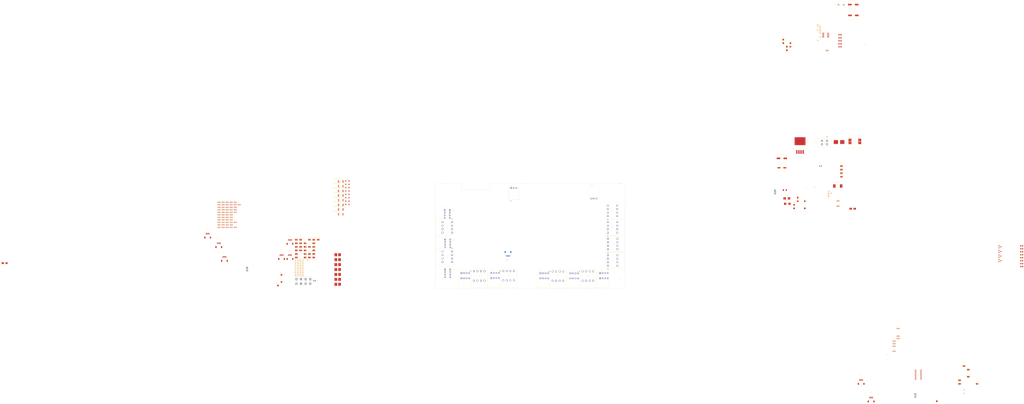
<source format=kicad_pcb>
(kicad_pcb (version 20241229) (generator "pcbnew") (generator_version "9.0")
  (title_block (title "Low quiescent current board") (date "13/06/2025") (rev "1"))
  (layers (0 "F.Cu" signal) (4 "In1.Cu" power) (6 "In2.Cu" power) (2 "B.Cu" signal) (13 "F.Paste" user) (15 "B.Paste" user) (5 "F.SilkS" user "F.Silkscreen") (7 "B.SilkS" user "B.Silkscreen") (1 "F.Mask" user) (3 "B.Mask" user) (25 "Edge.Cuts" user))
  (net 0 "")
  (net 1 "GND")
  (net 2 "EXT_5V")
  (net 3 "Net-(U5-AIN0)")
  (net 4 "Net-(U5-AIN3)")
  (net 5 "Net-(U2-AIN3)")
  (net 6 "Net-(U7-AIN2)")
  (net 7 "Net-(U6-AIN0)")
  (net 8 "Net-(U2-AIN0)")
  (net 9 "Net-(U2-AIN2)")
  (net 10 "Net-(U4-AIN1)")
  (net 11 "Net-(U7-AIN0)")
  (net 12 "Net-(U7-AIN1)")
  (net 13 "Net-(U7-AIN3)")
  (net 14 "Net-(U5-AIN1)")
  (net 15 "Net-(U6-AIN1)")
  (net 16 "Net-(U6-AIN2)")
  (net 17 "Net-(U3-AIN0)")
  (net 18 "Net-(U3-AIN1)")
  (net 19 "Net-(U3-AIN2)")
  (net 20 "Net-(U3-AIN3)")
  (net 21 "Net-(U4-AIN0)")
  (net 22 "Net-(U4-AIN2)")
  (net 23 "Net-(U4-AIN3)")
  (net 24 "Net-(U5-AIN2)")
  (net 25 "Net-(U2-AIN1)")
  (net 26 "AIN3_U17")
  (net 27 "AIN2_U17")
  (net 28 "AIN1_U17")
  (net 29 "AIN0_U17")
  (net 30 "AIN3_U16")
  (net 31 "AIN2_U16")
  (net 32 "AIN1_U16")
  (net 33 "AIN0_U16")
  (net 34 "+24_PROTECT")
  (net 35 "Net-(U9-COMP)")
  (net 36 "Net-(C44-Pad1)")
  (net 37 "+3.3V")
  (net 38 "Net-(U9-SS)")
  (net 39 "Net-(C48-Pad2)")
  (net 40 "Net-(D14-K)")
  (net 41 "Net-(JP40-A)")
  (net 42 "Net-(JP42-A)")
  (net 43 "Net-(U9-VSENSE)")
  (net 44 "Net-(C53-Pad1)")
  (net 45 "Net-(D11-K)")
  (net 46 "Net-(D11-A)")
  (net 47 "Net-(D16-A)")
  (net 48 "+24V")
  (net 49 "ALERT{slash}RDY_U17")
  (net 50 "ALERT{slash}RDY_U16")
  (net 51 "AIN3_U10")
  (net 52 "AIN1_U10")
  (net 53 "AIN2_U10")
  (net 54 "AIN0_U10")
  (net 55 "AIN2_U8")
  (net 56 "AIN0_U8")
  (net 57 "AIN1_U8")
  (net 58 "AIN3_U8")
  (net 59 "AIN3_U9")
  (net 60 "AIN1_U9")
  (net 61 "AIN0_U9")
  (net 62 "AIN2_U9")
  (net 63 "ALERT{slash}RDY_U9")
  (net 64 "ALERT{slash}RDY_U10")
  (net 65 "AIN0_U14")
  (net 66 "AIN2_U14")
  (net 67 "AIN1_U14")
  (net 68 "AIN3_U14")
  (net 69 "AIN0_U11")
  (net 70 "AIN1_U11")
  (net 71 "AIN3_U11")
  (net 72 "AIN2_U11")
  (net 73 "AIN1_U13")
  (net 74 "AIN0_U13")
  (net 75 "AIN2_U13")
  (net 76 "AIN3_U13")
  (net 77 "ALERT{slash}RDY_U14")
  (net 78 "ALERT{slash}RDY_U8")
  (net 79 "ALERT{slash}RDY_U11")
  (net 80 "ALERT{slash}RDY_U13")
  (net 81 "+24V_PowerSensor_OUT")
  (net 82 "Net-(JP20-B)")
  (net 83 "Net-(JP18-B)")
  (net 84 "Net-(JP15-B)")
  (net 85 "Net-(JP19-B)")
  (net 86 "Net-(JP21-B)")
  (net 87 "Net-(JP16-B)")
  (net 88 "Net-(JP14-B)")
  (net 89 "Net-(JP22-B)")
  (net 90 "Net-(JP17-B)")
  (net 91 "/2SCL")
  (net 92 "/2SDA")
  (net 93 "/3SCL")
  (net 94 "/3SDA")
  (net 95 "Net-(JP37-B)")
  (net 96 "Net-(JP29-B)")
  (net 97 "Net-(JP31-B)")
  (net 98 "Net-(JP32-B)")
  (net 99 "Net-(JP27-B)")
  (net 100 "Net-(JP35-B)")
  (net 101 "Net-(JP33-B)")
  (net 102 "Net-(JP28-B)")
  (net 103 "Net-(JP36-B)")
  (net 104 "Net-(JP34-B)")
  (net 105 "Net-(JP38-B)")
  (net 106 "Net-(JP30-B)")
  (net 107 "Net-(J29-Pad1)")
  (net 108 "Net-(J29-Pad3)")
  (net 109 "Net-(JP1-B)")
  (net 110 "Net-(JP2-B)")
  (net 111 "Net-(JP3-B)")
  (net 112 "Net-(JP4-B)")
  (net 113 "Net-(JP5-B)")
  (net 114 "Net-(JP6-B)")
  (net 115 "Net-(JP7-B)")
  (net 116 "Net-(JP8-B)")
  (net 117 "Net-(JP9-A)")
  (net 118 "Net-(JP10-B)")
  (net 119 "/A2")
  (net 120 "/A0")
  (net 121 "/A1")
  (net 122 "SDA_EXT_2")
  (net 123 "SCL_EXT2")
  (net 124 "SCL_EXT3")
  (net 125 "SCL_EXT4")
  (net 126 "Net-(JP23-B)")
  (net 127 "SCL_EXT")
  (net 128 "Net-(JP24-A)")
  (net 129 "Net-(JP25-B)")
  (net 130 "SDA_EXT")
  (net 131 "Net-(JP26-B)")
  (net 132 "Net-(JP39-B)")
  (net 133 "Net-(JP41-B)")
  (net 134 "Net-(JP43-A)")
  (net 135 "Net-(JP43-B)")
  (net 136 "Net-(LED1-A)")
  (net 137 "SDA_ADS_0")
  (net 138 "SDA_0")
  (net 139 "SDA_1")
  (net 140 "SDA_ADS_1")
  (net 141 "SCL_0")
  (net 142 "SCL__ADS_0")
  (net 143 "SCL_1")
  (net 144 "SCL_ADS_1")
  (net 145 "ADDR_U17")
  (net 146 "ADDR_U16")
  (net 147 "ADDR_U14")
  (net 148 "ADDR_U10")
  (net 149 "ADDR_U11")
  (net 150 "ADDR_U8")
  (net 151 "ADDR_U13")
  (net 152 "ADDR_U9")
  (net 153 "SCL")
  (net 154 "SDA")
  (net 155 "Net-(U9-ROSC)")
  (net 156 "Net-(U9-BOOT)")
  (net 157 "Net-(D9-A)")
  (net 158 "Net-(D10-A)")
  (footprint "Jumper:SolderJumper-2_P1.3mm_Open_TrianglePad1.0x1.5mm" (layer "F.Cu") (at -73.8352 102.94)
    (property "Reference" "JP20")
    (property "Value" "SolderJumper_2_Open")
  )
  (footprint "MountingHole:MountingHole_3.2mm_M3" (layer "F.Cu") (at 146.02 36.6218)
    (property "Reference" "H2")
    (property "Value" "MountingHole")
  )
  (footprint "Jumper:SolderJumper-2_P1.3mm_Open_TrianglePad1.0x1.5mm" (layer "F.Cu") (at 578.15 228.95)
    (property "Reference" "JP11")
    (property "Value" "SolderJumper_2_Open")
  )
  (footprint "Capacitor_SMD:C_0201_0603Metric" (layer "F.Cu") (at -76.1352 109.14)
    (property "Reference" "C31")
    (property "Value" "22nF")
  )
  (footprint "Capacitor_SMD:C_0201_0603Metric" (layer "F.Cu") (at -76.1352 119.64)
    (property "Reference" "C37")
    (property "Value" "C100 nF")
  )
  (footprint "Resistor_SMD:R_0603_1608Metric" (layer "F.Cu") (at -155.52 51.385)
    (property "Reference" "R12")
    (property "Value" "R470Ω")
  )
  (footprint "Capacitor_SMD:C_0201_0603Metric" (layer "F.Cu") (at -78.5852 117.89)
    (property "Reference" "C26")
    (property "Value" "22nF")
  )
  (footprint "Capacitor_SMD:C_0201_0603Metric" (layer "F.Cu") (at -76.1352 124.89)
    (property "Reference" "C40")
    (property "Value" "C100 nF")
  )
  (footprint "Jumper:SolderJumper-2_P1.3mm_Open_TrianglePad1.0x1.5mm" (layer "F.Cu") (at -82.5352 99.39)
    (property "Reference" "JP4")
    (property "Value" "SolderJumper_2_Open")
  )
  (footprint "Capacitor_SMD:C_0201_0603Metric" (layer "F.Cu") (at -81.0352 114.39)
    (property "Reference" "C14")
    (property "Value" "22nF")
  )
  (footprint "Soleidon_custom:QWIIC-SPARKFUN_PRT-14417" (layer "F.Cu") (at -154.125 108.35)
    (property "Reference" "J21")
    (property "Value" "PRT-14417")
  )
  (footprint "AA_Soleidon_Cape:CONN2_2601-1102_WAG" (layer "F.Cu") (at 446.15 -9.875 -90)
    (property "Reference" "J18")
    (property "Value" "2601-1102")
  )
  (footprint "Resistor_SMD:R_0201_0603Metric" (layer "F.Cu") (at 439.275 -113.26)
    (property "Reference" "R70")
    (property "Value" "220Ω")
  )
  (footprint "Package_TO_SOT_SMD:SOT-23" (layer "F.Cu") (at 618.2875 109.725)
    (property "Reference" "Q4")
    (property "Value" "BSS138")
  )
  (footprint "Resistor_SMD:R_0603_1608Metric" (layer "F.Cu") (at -159.53 56.405)
    (property "Reference" "R3")
    (property "Value" "R10k")
  )
  (footprint "Capacitor_SMD:C_0805_2012Metric" (layer "F.Cu") (at 459.035 -103.64)
    (property "Reference" "C56")
    (property "Value" "10μF")
  )
  (footprint "Diode_SMD:D_SMC" (layer "F.Cu") (at 456.759799 35.164999)
    (property "Reference" "D11")
    (property "Value" "MBRS340")
  )
  (footprint "Capacitor_SMD:C_0201_0603Metric" (layer "F.Cu") (at -81.0352 109.14)
    (property "Reference" "C11")
    (property "Value" "22nF")
  )
  (footprint "Jumper:SolderJumper-2_P1.3mm_Open_TrianglePad1.0x1.5mm" (layer "F.Cu") (at -78.1852 99.39)
    (property "Reference" "JP10")
    (property "Value" "SolderJumper_2_Open")
  )
  (footprint "TestPoint:TestPoint_Pad_1.5x1.5mm" (layer "F.Cu") (at 555.45 249.79)
    (property "Reference" "TP9")
    (property "Value" "TestPoint")
  )
  (footprint "Connector_PinHeader_2.54mm:PinHeader_1x01_P2.54mm_Vertical" (layer "F.Cu") (at -77.8252 132.65)
    (property "Reference" "J9")
    (property "Value" "Conn_01x01_Socket")
  )
  (footprint "Jumper:SolderJumper-2_P1.3mm_Open_TrianglePad1.0x1.5mm" (layer "F.Cu") (at 586.85 225.4)
    (property "Reference" "JP25")
    (property "Value" "SolderJumper_2_Open")
  )
  (footprint "Diode_SMD:D_SOD-123" (layer "F.Cu") (at -31.6902 43.51)
    (property "Reference" "D5")
    (property "Value" "D_Zener_4.7V")
  )
  (footprint "AA_Soleidon_Cape:CUI_TBL009-254-04GY-2GY" (layer "F.Cu") (at 160.625 122.145)
    (property "Reference" "J5")
    (property "Value" "U2_0-5V")
  )
  (footprint "Resistor_SMD:R_0603_1608Metric" (layer "F.Cu") (at -151.51 71.465)
    (property "Reference" "R31")
    (property "Value" "R470Ω")
  )
  (footprint "Capacitor_SMD:C_0201_0603Metric" (layer "F.Cu") (at -81.0352 112.64)
    (property "Reference" "C13")
    (property "Value" "22nF")
  )
  (footprint "LED_SMD:LED_0603_1608Metric" (layer "F.Cu") (at 446.205 -99.82)
    (property "Reference" "LED1")
    (property "Value" "LED")
  )
  (footprint "Resistor_SMD:R_0603_1608Metric" (layer "F.Cu") (at -159.53 66.445)
    (property "Reference" "R7")
    (property "Value" "R10k")
  )
  (footprint "Resistor_SMD:R_0201_0603Metric" (layer "F.Cu") (at -71.2352 109.14)
    (property "Reference" "R55")
    (property "Value" "4.7kΩ")
  )
  (footprint "AA_Soleidon_Cape:Custom_Open_Jumper" (layer "F.Cu") (at -41.5452 123.375)
    (property "Reference" "JP32")
    (property "Value" "SolderJumper_2_Open")
  )
  (footprint "Resistor_SMD:R_0805_2012Metric" (layer "F.Cu") (at 640.0125 115.525)
    (property "Reference" "R78")
    (property "Value" "4.7kΩ")
  )
  (footprint "Resistor_SMD:R_0201_0603Metric" (layer "F.Cu") (at 450.064799 42.664999)
    (property "Reference" "R69")
    (property "Value" "680 Ω")
  )
  (footprint "Capacitor_SMD:C_0201_0603Metric" (layer "F.Cu") (at -76.1352 121.39)
    (property "Reference" "C38")
    (property "Value" "C100 nF")
  )
  (footprint "Resistor_SMD:R_0603_1608Metric" (layer "F.Cu") (at -155.52 66.445)
    (property "Reference" "R18")
    (property "Value" "R470Ω")
  )
  (footprint "Resistor_SMD:R_0603_1608Metric" (layer "F.Cu") (at 512.8452 199.985)
    (property "Reference" "R58")
    (property "Value" "4.7kΩ")
  )
  (footprint "Soleidon_custom:QWIIC-SPARKFUN_PRT-14417" (layer "F.Cu") (at -88.8852 91.415)
    (property "Reference" "J26")
    (property "Value" "PRT-14417")
  )
  (footprint "Resistor_SMD:R_0603_1608Metric" (layer "F.Cu") (at -159.53 73.975)
    (property "Reference" "R10")
    (property "Value" "R0")
  )
  (footprint "TestPoint:TestPoint_Pad_1.5x1.5mm" (layer "F.Cu") (at 402.525 -107.32)
    (property "Reference" "TP2")
    (property "Value" "TestPoint")
  )
  (footprint "Capacitor_SMD:C_0201_0603Metric" (layer "F.Cu") (at -83.4852 119.64)
    (property "Reference" "C7")
    (property "Value" "100nF")
  )
  (footprint "Resistor_SMD:R_0805_2012Metric" (layer "F.Cu") (at 640.0125 112.575)
    (property "Reference" "R77")
    (property "Value" "4.7kΩ")
  )
  (footprint "Resistor_SMD:R_0603_1608Metric" (layer "F.Cu") (at -143.49 56.405)
    (property "Reference" "R47")
    (property "Value" "R0")
  )
  (footprint "Resistor_SMD:R_0603_1608Metric" (layer "F.Cu") (at -147.5 53.895)
    (property "Reference" "R35")
    (property "Value" "180Ω")
  )
  (footprint "Package_TO_SOT_SMD:SOT-23" (layer "F.Cu") (at 618.2875 100.475)
    (property "Reference" "Q2")
    (property "Value" "BSS138")
  )
  (footprint "TestPoint:TestPoint_Pad_1.5x1.5mm" (layer "F.Cu") (at 416.864799 50.354999)
    (property "Reference" "TP6")
    (property "Value" "24Vout")
  )
  (footprint "LED_SMD:LED_0603_1608Metric" (layer "F.Cu") (at -64.3052 129.65)
    (property "Reference" "D10")
    (property "Value" "LTST-C190KRKT")
  )
  (footprint "Resistor_SMD:R_0603_1608Metric" (layer "F.Cu") (at -143.49 58.915)
    (property "Reference" "R48")
    (property "Value" "R0")
  )
  (footprint "Resistor_SMD:R_0603_1608Metric" (layer "F.Cu") (at -155.52 73.975)
    (property "Reference" "R21")
    (property "Value" "R470Ω")
  )
  (footprint "Resistor_SMD:R_0805_2012Metric" (layer "F.Cu") (at 640.0125 100.775)
    (property "Reference" "R73")
    (property "Value" "4.7kΩ")
  )
  (footprint "Resistor_SMD:R_0603_1608Metric" (layer "F.Cu") (at -147.5 73.975)
    (property "Reference" "R43")
    (property "Value" "R0")
  )
  (footprint "Resistor_SMD:R_0603_1608Metric" (layer "F.Cu") (at -147.5 51.385)
    (property "Reference" "R34")
    (property "Value" "R470Ω")
  )
  (footprint "Resistor_SMD:R_0603_1608Metric" (layer "F.Cu") (at -151.51 58.915)
    (property "Reference" "R26")
    (property "Value" "R470Ω")
  )
  (footprint "Package_TO_SOT_SMD:SOT-23" (layer "F.Cu") (at 618.2875 95.85)
    (property "Reference" "Q1")
    (property "Value" "BSS138")
  )
  (footprint "Diode_SMD:D_SOD-123" (layer "F.Cu") (at -31.6902 53.56)
    (property "Reference" "D8")
    (property "Value" "D_Zener_4.7V")
  )
  (footprint "Capacitor_SMD:C_0201_0603Metric" (layer "F.Cu") (at 436.825 -120.26)
    (property "Reference" "C46")
    (property "Value" "10nF")
  )
  (footprint "Resistor_SMD:R_0603_1608Metric" (layer "F.Cu") (at -143.49 71.465)
    (property "Reference" "R53")
    (property "Value" "10K")
  )
  (footprint "AA_Soleidon_Cape:CONN_1841513" (layer "F.Cu") (at 237.125 71.175001 90)
    (property "Reference" "J38")
    (property "Value" "Power 5V")
  )
  (footprint "Connector_PinHeader_2.54mm:PinHeader_1x01_P2.54mm_Vertical" (layer "F.Cu") (at -73.2352 132.65)
    (property "Reference" "J14")
    (property "Value" "Conn_01x01_Socket")
  )
  (footprint "Resistor_SMD:R_0603_1608Metric" (layer "F.Cu") (at 512.8452 192.455)
    (property "Reference" "R51")
    (property "Value" "10K")
  )
  (footprint "Resistor_SMD:R_0603_1608Metric" (layer "F.Cu") (at -143.49 76.485)
    (property "Reference" "R59")
    (property "Value" "10K")
  )
  (footprint "Jumper:SolderJumper-2_P1.3mm_Open_RoundedPad1.0x1.5mm" (layer "F.Cu") (at 595.55 232.5)
    (property "Reference" "JP43")
    (property "Value" "SolderJumper_2_Open")
  )
  (footprint "AA_Soleidon_Cape:Custom_Open_Jumper" (layer "F.Cu") (at -41.5452 113.545)
    (property "Reference" "JP19")
    (property "Value" "SolderJumper_2_Open")
  )
  (footprint "AA_Soleidon_Cape:PCAP_8x10-ELECT_NCA" (layer "F.Cu") (at 472.2352 -145.75)
    (property "Reference" "C54")
    (property "Value" "C220uF/35V")
  )
  (footprint "TestPoint:TestPoint_Pad_1.5x1.5mm" (layer "F.Cu") (at 423.964799 57.454999)
    (property "Reference" "TP17")
    (property "Value" "TestPoint +5V")
  )
  (footprint "AA_Soleidon_Cape:CONN_1841513" (layer "F.Cu") (at 213.18 129.675)
    (property "Reference" "J39")
    (property "Value" "Power 24V")
  )
  (footprint "Capacitor_SMD:C_0201_0603Metric" (layer "F.Cu") (at 447.614799 40.914999)
    (property "Reference" "C50")
    (property "Value" "1uF")
  )
  (footprint "Capacitor_SMD:C_0201_0603Metric" (layer "F.Cu") (at -83.4852 123.14)
    (property "Reference" "C9")
    (property "Value" "22nF")
  )
  (footprint "Capacitor_SMD:C_0201_0603Metric" (layer "F.Cu") (at -81.0352 116.14)
    (property "Reference" "C15")
    (property "Value" "22nF")
  )
  (footprint "Capacitor_SMD:C_0201_0603Metric" (layer "F.Cu") (at -83.4852 110.89)
    (property "Reference" "C2")
    (property "Value" "100nF")
  )
  (footprint "Jumper:SolderJumper-2_P1.3mm_Open_TrianglePad1.0x1.5mm" (layer "F.Cu") (at -82.5352 92.29)
    (property "Reference" "JP2")
    (property "Value" "SolderJumper_2_Open")
  )
  (footprint "LED_SMD:LED_0603_1608Metric" (layer "F.Cu") (at 456.994799 50.084999)
    (property "Reference" "D9")
    (property "Value" "LTST-C190KRKT")
  )
  (footprint "Jumper:SolderJumper-2_P1.3mm_Open_TrianglePad1.0x1.5mm" (layer "F.Cu") (at 582.5 214.75)
    (property "Reference" "JP13")
    (property "Value" "SolderJumper_2_Open")
  )
  (footprint "Resistor_SMD:R_0603_1608Metric" (layer "F.Cu") (at 516.8552 187.435)
    (property "Reference" "R68")
    (property "Value" "10K")
  )
  (footprint "AA_Soleidon_Cape:CONN_1841513" (layer "F.Cu") (at 134.1 129.299999)
    (property "Reference" "J36")
    (property "Value" "Power 24V")
  )
  (footprint "Connector_PinHeader_2.54mm:PinHeader_1x01_P2.54mm_Vertical" (layer "F.Cu") (at -82.4152 132.65)
    (property "Reference" "J2")
    (property "Value" "Conn_01x01_Socket")
  )
  (footprint "AA_Soleidon_Cape:LM2596S-5.0_NOPB" (layer "F.Cu") (at 419.2 -5.2 90)
    (property "Reference" "VR1")
    (property "Value" "LM2596S-5.0_NOPB")
  )
  (footprint "Capacitor_SMD:C_0201_0603Metric" (layer "F.Cu") (at 436.825 -109.76)
    (property "Reference" "R54")
    (property "Value" "R100K")
  )
  (footprint "Capacitor_SMD:C_0201_0603Metric" (layer "F.Cu") (at -78.5852 124.89)
    (property "Reference" "C30")
    (property "Value" "22nF")
  )
  (footprint "Capacitor_SMD:C_0201_0603Metric" (layer "F.Cu") (at -81.0352 123.14)
    (property "Reference" "C19")
    (property "Value" "22nF")
  )
  (footprint "Capacitor_SMD:C_0201_0603Metric" (layer "F.Cu") (at -83.4852 109.14)
    (property "Reference" "C1")
    (property "Value" "100nF")
  )
  (footprint "TestPoint:TestPoint_Pad_1.5x1.5mm" (layer "F.Cu") (at 406.075 -100.22)
    (property "Reference" "TP8")
    (property "Value" "TestPoint")
  )
  (footprint "TestPoint:TestPoint_Pad_1.5x1.5mm" (layer "F.Cu") (at -97.3352 123.78)
    (property "Reference" "TP14")
    (property "Value" "TestPoint")
  )
  (footprint "Capacitor_SMD:C_0201_0603Metric" (layer "F.Cu") (at -81.0352 110.89)
    (property "Reference" "C12")
    (property "Value" "22nF")
  )
  (footprint "Resistor_SMD:R_0603_1608Metric" (layer "F.Cu") (at -147.5 58.915)
    (property "Reference" "R37")
    (property "Value" "180Ω")
  )
  (footprint "Capacitor_SMD:C_0201_0603Metric" (layer "F.Cu") (at -81.0352 119.64)
    (property "Reference" "C17")
    (property "Value" "22nF")
  )
  (footprint "TestPoint:TestPoint_Pad_1.5x1.5mm" (layer "F.Cu") (at -100.8852 134.43)
    (property "Reference" "TP13")
    (property "Value" "TestPoint")
  )
  (footprint "Resistor_SMD:R_0603_1608Metric" (layer "F.Cu") (at -139.48 53.895)
    (property "Reference" "R61")
    (property "Value" "10K")
  )
  (footprint "TestPoint:TestPoint_Pad_1.5x1.5mm" (layer "F.Cu") (at 409.625 -103.77)
    (property "Reference" "TP12")
    (property "Value" "TestPoint")
  )
  (footprint "Capacitor_SMD:C_0201_0603Metric" (layer "F.Cu") (at -81.0352 124.89)
    (property "Reference" "C20")
    (property "Value" "22nF")
  )
  (footprint "Capacitor_SMD:C_0201_0603Metric" (layer "F.Cu") (at -78.5852 123.14)
    (property "Reference" "C29")
    (property "Value" "22nF")
  )
  (footprint "Resistor_SMD:R_0603_1608Metric" (layer "F.Cu") (at -147.5 63.935)
    (property "Reference" "R39")
    (property "Value" "180Ω")
  )
  (footprint "AA_Soleidon_Cape:DGS0010A_N" (layer "F.Cu") (at -38.285199 35.410001)
    (property "Reference" "U2")
    (property "Value" "ADS1115IDGSR")
  )
  (footprint "AA_Soleidon_Cape:Custom_Open_Jumper" (layer "F.Cu") (at -41.5452 118.46)
    (property "Reference" "JP31")
    (property "Value" "SolderJumper_2_Open")
  )
  (footprint "Capacitor_SMD:C_0201_0603Metric" (layer "F.Cu") (at 439.275 -122.01)
    (property "Reference" "R62")
    (property "Value" "R0")
  )
  (footprint "Diode_SMD:D_SOD-123" (layer "F.Cu") (at -31.6902 50.21)
    (property "Reference" "D7")
    (property "Value" "D_Zener_4.7V")
  )
  (footprint "Resistor_SMD:R_0603_1608Metric" (layer "F.Cu") (at -147.5 66.445)
    (property "Reference" "R40")
    (property "Value" "180Ω")
  )
  (footprint "Resistor_SMD:R_0603_1608Metric" (layer "F.Cu") (at -159.53 61.425)
    (property "Reference" "R5")
    (property "Value" "R10k")
  )
  (footprint "Resistor_SMD:R_0603_1608Metric" (layer "F.Cu") (at -155.52 71.465)
    (property "Reference" "R20")
    (property "Value" "R470Ω")
  )
  (footprint "TestPoint:TestPoint_Pad_1.5x1.5mm" (layer "F.Cu") (at 416.864799 46.804999)
    (property "Reference" "TP5")
    (property "Value" "24Vout")
  )
  (footprint "Resistor_SMD:R_0603_1608Metric" (layer "F.Cu") (at -159.53 63.935)
    (property "Reference" "R6")
    (property "Value" "R10k")
  )
  (footprint "Capacitor_SMD:C_0201_0603Metric" (layer "F.Cu") (at 447.614799 42.664999)
    (property "Reference" "C51")
    (property "Value" "470nF")
  )
  (footprint "Capacitor_SMD:C_0201_0603Metric" (layer "F.Cu") (at -76.1352 116.14)
    (property "Reference" "C35")
    (property "Value" "C100 nF")
  )
  (footprint "Resistor_SMD:R_0603_1608Metric" (layer "F.Cu") (at -151.51 73.975)
    (property "Reference" "R32")
    (property "Value" "R470Ω")
  )
  (footprint "Capacitor_SMD:C_0201_0603Metric" (layer "F.Cu") (at -76.1352 112.64)
    (property "Reference" "C33")
    (property "Value" "C100 nF")
  )
  (footprint "Resistor_SMD:R_0603_1608Metric" (layer "F.Cu") (at -147.5 61.425)
    (property "Reference" "R38")
    (property "Value" "180Ω")
  )
  (footprint "Resistor_SMD:R_0603_1608Metric" (layer "F.Cu") (at -151.51 61.425)
    (property "Reference" "R27")
    (property "Value" "R470Ω")
  )
  (footprint "Resistor_SMD:R_0603_1608Metric" (layer "F.Cu") (at -147.5 76.485)
    (property "Reference" "R44")
    (property "Value" "R0")
  )
  (footprint "Resistor_SMD:R_0603_1608Metric" (layer "F.Cu") (at -147.5 68.955)
    (property "Reference" "R41")
    (property "Value" "180Ω")
  )
  (footprint "Diode_SMD:D_SOD-123" (layer "F.Cu") (at -31.6902 33.46)
    (property "Reference" "D2")
    (property "Value" "D_Zener_4.7V")
  )
  (footprint "Jumper:SolderJumper-2_P1.3mm_Open_TrianglePad1.0x1.5mm" (layer "F.Cu") (at -73.8352 95.84)
    (property "Reference" "JP15")
    (property "Value" "SolderJumper_2_Open")
  )
  (footprint "AA_Soleidon_Cape:CUI_TBL009-254-04GY-2GY" (layer "F.Cu") (at 190.45 122.2375)
    (property "Reference" "J3")
    (property "Value" "U1_4-20mA")
  )
  (footprint "Capacitor_SMD:C_0201_0603Metric" (layer "F.Cu") (at -83.4852 124.89)
    (property "Reference" "C10")
    (property "Value" "22nF")
  )
  (footprint "AA_Soleidon_Cape:CUI_TBL009-254-04GY-2GY" (layer "F.Cu") (at 81.93 122.07)
    (property "Reference" "J7")
    (property "Value" "U6_0-5V")
  )
  (footprint "Soleidon_custom:QWIIC-SPARKFUN_PRT-14417" (layer "F.Cu") (at -159.775 94.7)
    (property "Reference" "J20")
    (property "Value" "PRT-14417")
  )
  (footprint "Resistor_SMD:R_0603_1608Metric" (layer "F.Cu") (at -155.52 61.425)
    (property "Reference" "R16")
    (property "Value" "R470Ω")
  )
  (footprint "Connector_PinHeader_2.54mm:PinHeader_1x02_P2.54mm_Vertical" (layer "F.Cu") (at 394.364799 39.894999)
    (property "Reference" "J22")
    (property "Value" "Power OnOff StepDown")
  )
  (footprint "Capacitor_SMD:C_0201_0603Metric" (layer "F.Cu") (at -81.0352 121.39)
    (property "Reference" "C18")
    (property "Value" "22nF")
  )
  (footprint "AA_Soleidon_Cape:FUSE_155900_LTF" (layer "F.Cu") (at 458.089999 -8.675001)
    (property "Reference" "F1")
    (property "Value" "01550900DR")
  )
  (footprint "MountingHole:MountingHole_3.2mm_M3" (layer "F.Cu") (at 63.62 36.62)
    (property "Reference" "H1")
    (property "Value" "MountingHole")
  )
  (footprint "Resistor_SMD:R_0603_1608Metric" (layer "F.Cu") (at -151.51 53.895)
    (property "Reference" "R24")
    (property "Value" "R470Ω")
  )
  (footprint "Capacitor_SMD:C_0805_2012Metric" (layer "F.Cu") (at 459.035 -115.68)
    (property "Reference" "C41")
    (property "Value" "10μF")
  )
  (footprint "Capacitor_SMD:C_0805_2012Metric" (layer "F.Cu") (at 459.035 -112.67)
    (property "Reference" "C48")
    (property "Value" "0.1μF")
  )
  (footprint "Resistor_SMD:R_0603_1608Metric" (layer "F.Cu") (at 512.8452 194.965)
    (property "Reference" "R52")
    (property "Value" "10K")
  )
  (footprint "Resistor_SMD:R_0603_1608Metric" (layer "F.Cu") (at -143.49 51.385)
    (property "Reference" "R45")
    (property "Value" "R0")
  )
  (footprint "Capacitor_SMD:C_0201_0603Metric" (layer "F.Cu") (at 439.275 -120.26)
    (property "Reference" "R64")
    (property "Value" "R0")
  )
  (footprint "TestPoint:TestPoint_Pad_1.5x1.5mm" (layer "F.Cu") (at 413.314799 57.454999)
    (property "Reference" "TP4")
    (property "Value" "TestPoint")
  )
  (footprint "AA_Soleidon_Cape:CUI_TBL009-254-04GY-2GY" (layer "F.Cu") (at 70.705 118.47 -90)
    (property "Reference" "J10")
    (property "Value" "U7_0-5V")
  )
  (footprint "Resistor_SMD:R_0805_2012Metric" (layer "F.Cu") (at 640.0125 94.875)
    (property "Reference" "R71")
    (property "Value" "4.7kΩ")
  )
  (footprint "Resistor_SMD:R_0603_1608Metric" (layer "F.Cu") (at 512.8452 189.945)
    (property "Reference" "R50")
    (property "Value" "10K")
  )
  (footprint "TestPoint:TestPoint_Pad_1.5x1.5mm" (layer "F.Cu") (at 406.075 -103.77)
    (property "Reference" "TP7")
    (property "Value" "TestPoint")
  )
  (footprint "AA_Soleidon_Cape:DGS0010A_N" (layer "F.Cu") (at -38.285199 44.710001)
    (property "Reference" "U4")
    (property "Value" "ADS1115IDGSR")
  )
  (footprint "TestPoint:TestPoint_Pad_1.5x1.5mm" (layer "F.Cu") (at 413.314799 53.904999)
    (property "Reference" "TP3")
    (property "Value" "24Vin")
  )
  (footprint "AA_Soleidon_Cape:CAP_6.3 X 5.8_PAN" (layer "F.Cu") (at 401.0964 17)
    (property "Reference" "C49")
    (property "Value" "220uF 50V")
  )
  (footprint "MountingHole:MountingHole_3.2mm_M3" (layer "F.Cu") (at 239.3 132.775)
    (property "Reference" "H5")
    (property "Value" "MountingHole")
  )
  (footprint "Resistor_SMD:R_0603_1608Metric" (layer "F.Cu") (at -155.52 68.955)
    (property "Reference" "R19")
    (property "Value" "R470Ω")
  )
  (footprint "Capacitor_SMD:C_0201_0603Metric" (layer "F.Cu") (at -78.5852 112.64)
    (property "Reference" "C23")
    (property "Value" "22nF")
  )
  (footprint "Capacitor_SMD:C_0201_0603Metric" (layer "F.Cu") (at -83.4852 117.89)
    (property "Reference" "C6")
    (property "Value" "100nF")
  )
  (footprint "MountingHole:MountingHole_3.2mm_M3" (layer "F.Cu") (at 146.05 132.75)
    (property "Reference" "H4")
    (property "Value" "MountingHole")
  )
  (footprint "Capacitor_SMD:C_0805_2012Metric" (layer "F.Cu") (at 459.035 -109.66)
    (property "Reference" "C53")
    (property "Value" "470pF")
  )
  (footprint "TestPoint:TestPoint_Pad_1.5x1.5mm" (layer "F.Cu") (at 402.525 -110.87)
    (property "Reference" "TP1")
    (property "Value" "TestPoint")
  )
  (footprint "AA_Soleidon_Cape:DGS0010A_N" (layer "F.Cu") (at -38.285199 63.310001)
    (property "Reference" "U8")
    (property "Value" "ADS1115IDGSR")
  )
  (footprint "Jumper:SolderJumper-2_P1.3mm_Open_TrianglePad1.0x1.5mm" (layer "F.Cu") (at -60.7852 88.74)
    (property "Reference" "JP38")
    (property "Value" "SolderJumper_2_Open")
  )
  (footprint "Connector_PinHeader_2.54mm:PinHeader_1x02_P2.54mm_Vertical" (layer "F.Cu") (at 533.99 242.88)
    (property "Reference" "TP10")
    (property "Value" "TestPoint_2Pole")
  )
  (footprint "Capacitor_SMD:C_0201_0603Metric" (layer "F.Cu") (at -78.5852 109.14)
    (property "Reference" "C21")
    (property "Value" "22nF")
  )
  (footprint "Connector_PinHeader_2.54mm:PinHeader_1x01_P2.54mm_Vertical" (layer "F.Cu") (at -73.2352 128.06)
    (property "Reference" "J13")
    (property "Value" "Conn_01x01_Socket")
  )
  (footprint "Resistor_SMD:R_0603_1608Metric" (layer "F.Cu") (at -155.52 58.915)
    (property "Reference" "R15")
    (property "Value" "R470Ω")
  )
  (footprint "Capacitor_SMD:C_0201_0603Metric" (layer "F.Cu") (at -76.1352 110.89)
    (property "Reference" "C32")
    (property "Value" "22nF")
  )
  (footprint "Resistor_SMD:R_0603_1608Metric" (layer "F.Cu") (at -143.49 61.425)
    (property "Reference" "R49")
    (property "Value" "10K")
  )
  (footprint "Connector_PinHeader_2.54mm:PinHeader_1x01_P2.54mm_Vertical" (layer "F.Cu") (at -68.6452 132.65)
    (property "Reference" "J16")
    (property "Value" "Conn_01x01_Socket")
  )
  (footprint "Package_SO:SOIC-8_3.9x4.9mm_P1.27mm" (layer "F.Cu") (at 444.725 -115.28)
    (property "Reference" "U9")
    (property "Value" "TPS5403")
  )
  (footprint "Jumper:SolderJumper-2_P1.3mm_Open_TrianglePad1.0x1.5mm" (layer "F.Cu") (at -65.1352 102.94)
    (property "Reference" "JP36")
    (property "Value" "SolderJumper_2_Open")
  )
  (footprint "Capacitor_SMD:C_0201_0603Metric" (layer "F.Cu") (at -76.1352 114.39)
    (property "Reference" "C34")
    (property "Value" "C100 nF")
  )
  (footprint "Resistor_SMD:R_0603_1608Metric" (layer "F.Cu") (at -155.52 53.895)
    (property "Reference" "R13")
    (property "Value" "R470Ω")
  )
  (footprint "Soleidon_custom:QWIIC-SPARKFUN_PRT-14417" (layer "F.Cu") (at 490.0102 248.585)
    (property "Reference" "J23")
    (property "Value" "PRT-14417")
  )
  (footprint "Soleidon_custom:QWIIC-SPARKFUN_PRT-14417" (layer "F.Cu") (at 480.0602 231.06)
    (property "Reference" "J24")
    (property "Value" "PRT-14417")
  )
  (footprint "Jumper:SolderJumper-2_P1.3mm_Open_TrianglePad1.0x1.5mm" (layer "F.Cu") (at -78.1852 92.29)
    (property "Reference" "JP8")
    (property "Value" "SolderJumper_2_Open")
  )
  (footprint "Resistor_SMD:R_0603_1608Metric" (layer "F.Cu") (at -159.53 58.915)
    (property "Reference" "R4")
    (property "Value" "R10k")
  )
  (footprint "AA_Soleidon_Cape:PCAP_8x10-ELECT_NCA" (layer "F.Cu") (at 401.0964 7.6)
    (property "Reference" "C57")
    (property "Value" "220 µF/10 V")
  )
  (footprint "Connector_PinHeader_2.54mm:PinHeader_1x02_P2.54mm_Vertical" (layer "F.Cu") (at -131.5252 116.87)
    (property "Reference" "J17")
    (property "Value" "PowerOnOff for Sensors")
  )
  (footprint "Jumper:SolderJumper-2_P1.3mm_Open_TrianglePad1.0x1.5mm" (layer "F.Cu") (at -65.1352 95.84)
    (property "Reference" "JP30")
    (property "Value" "SolderJumper_2_Open")
  )
  (footprint "Connector_PinHeader_2.54mm:PinHeader_1x01_P2.54mm_Vertical" (layer "F.Cu") (at -68.6452 128.06)
    (property "Reference" "J15")
    (property "Value" "Conn_01x01_Socket")
  )
  (footprint "Jumper:SolderJumper-2_P1.3mm_Open_TrianglePad1.0x1.5mm" (layer "F.Cu") (at -82.5352 106.49)
    (property "Reference" "JP6")
    (property "Value" "SolderJumper_2_Open")
  )
  (footprint "Jumper:SolderJumper-2_P1.3mm_Open_TrianglePad1.0x1.5mm" (layer "F.Cu") (at 578.15 232.5)
    (property "Reference" "JP12")
    (property "Value" "SolderJumper_2_Open")
  )
  (footprint "Diode_SMD:D_SOD-123" (layer "F.Cu") (at -31.6902 30.11)
    (property "Reference" "D1")
    (property "Value" "D_Zener_4.7V")
  )
  (footprint "Jumper:SolderJumper-2_P1.3mm_Open_TrianglePad1.0x1.5mm" (layer "F.Cu") (at 460.514799 25.964999)
    (property "Reference" "JP42")
    (property "Value" "SolderJumper_2_Open")
  )
  (footprint "Resistor_SMD:R_0603_1608Metric" (layer "F.Cu") (at -159.53 53.895)
    (property "Reference" "R2")
    (property "Value" "R10k")
  )
  (footprint "Resistor_SMD:R_0805_2012Metric" (layer "F.Cu") (at 640.0125 97.825)
    (property "Reference" "R72")
    (property "Value" "4.7kΩ")
  )
  (footprint "AA_Soleidon_Cape:RL622_Series" (layer "F.Cu") (at 457.5388 -145.55)
    (property "Reference" "L1")
    (property "Value" "82 μH")
  )
  (footprint "Jumper:SolderJumper-2_P1.3mm_Open_TrianglePad1.0x1.5mm" (layer "F.Cu") (at -65.1352 88.74)
    (property "Reference" "JP28")
    (property "Value" "SolderJumper_2_Open")
  )
  (footprint "Connector_PinHeader_2.54mm:PinHeader_1x01_P2.54mm_Vertical" (layer "F.Cu") (at -77.8252 128.06)
    (property "Reference" "J8")
    (property "Value" "Conn_01x01_Socket")
  )
  (footprint "Jumper:SolderJumper-2_P1.3mm_Open_TrianglePad1.0x1.5mm" (layer "F.Cu") (at -78.1852 95.84)
    (property "Reference" "JP9")
    (property "Value" "SolderJumper_2_Open")
  )
  (footprint "Resistor_SMD:R_0603_1608Metric" (layer "F.Cu") (at 516.8552 177.395)
    (property "Reference" "R60")
    (property "Value" "4.7kΩ")
  )
  (footprint "Soleidon_custom:QWIIC-SPARKFUN_PRT-14417" (layer "F.Cu") (at -88.8852 106.515)
    (property "Reference" "J28")
    (property "Value" "PRT-14417")
  )
  (footprint "Resistor_SMD:R_0603_1608Metric" (layer "F.Cu") (at -159.53 68.955)
    (property "Reference" "R8")
    (property "Value" "R10k")
  )
  (footprint "Capacitor_SMD:C_0201_0603Metric" (layer "F.Cu") (at 447.614799 46.164999)
    (property "Reference" "C58")
    (property "Value" "22 µF X7R")
  )
  (footprint "Resistor_SMD:R_0603_1608Metric" (layer "F.Cu") (at -147.5 71.465)
    (property "Reference" "R42")
    (property "Value" "180Ω")
  )
  (footprint "Diode_SMD:D_SOD-123" (layer "F.Cu") (at -31.6902 36.81)
    (property "Reference" "D3")
    (property "Value" "D_Zener_4.7V")
  )
  (footprint "Capacitor_SMD:C_0201_0603Metric" (layer "F.Cu") (at -83.4852 112.64)
    (property "Reference" "C3")
    (property "Value" "100nF")
  )
  (footprint "Capacitor_SMD:C_0201_0603Metric" (layer "F.Cu") (at 447.614799 44.414999)
    (property "Reference" "C52")
    (property "Value" "22 µF X7R")
  )
  (footprint "Resistor_SMD:R_0603_1608Metric" (layer "F.Cu") (at -151.51 56.405)
    (property "Reference" "R25")
    (property "Value" "R470Ω")
  )
  (footprint "Jumper:SolderJumper-2_P1.3mm_Open_TrianglePad1.0x1.5mm" (layer "F.Cu") (at -82.5352 88.74)
    (property "Reference" "JP1")
    (property "Value" "SolderJumper_2_Open")
  )
  (footprint "Jumper:SolderJumper-2_P1.3mm_Open_TrianglePad1.0x1.5mm" (layer "F.Cu") (at -82.5352 95.84)
    (property "Reference" "JP3")
    (property "Value" "SolderJumper_2_Open")
  )
  (footprint "Capacitor_SMD:C_0201_0603Metric" (layer "F.Cu") (at -78.5852 119.64)
    (property "Reference" "C27")
    (property "Value" "22nF")
  )
  (footprint "Jumper:SolderJumper-2_P1.3mm_Open_TrianglePad1.0x1.5mm" (layer "F.Cu") (at -73.8352 92.29)
    (property "Reference" "JP14")
    (property "Value" "SolderJumper_2_Open")
  )
  (footprint "Jumper:SolderJumper-2_P1.3mm_Open_TrianglePad1.0x1.5mm" (layer "F.Cu") (at -65.1352 99.39)
    (property "Reference" "JP35")
    (property "Value" "SolderJumper_2_Open")
  )
  (footprint "Resistor_SMD:R_0603_1608Metric" (layer "F.Cu") (at -155.52 56.405)
    (property "Reference" "R14")
    (property "Value" "R470Ω")
  )
  (footprint "AA_Soleidon_Cape:DGS0010A_N" (layer "F.Cu") (at -38.285199 49.360001)
    (property "Reference" "U5")
    (property "Value" "ADS1115IDGSR")
  )
  (footprint "AA_Soleidon_Cape:CONN_1841513" (layer "F.Cu") (at 183.329999 129.75)
    (property "Reference" "J37")
    (property "Value" "Power 24V")
  )
  (footprint "AA_Soleidon_Cape:DGS0010A_N" (layer "F.Cu") (at -38.285199 40.060001)
    (property "Reference" "U3")
    (property "Value" "ADS1115IDGSR")
  )
  (footprint "Capacitor_SMD:C_0201_0603Metric" (layer "F.Cu") (at 582.65 242.15)
    (property "Reference" "C47")
    (property "Value" "100nf")
  )
  (footprint "Resistor_SMD:R_0603_1608Metric" (layer "F.Cu") (at -159.53 71.465)
    (property "Reference" "R9")
    (property "Value" "R0")
  )
  (footprint "Jumper:SolderJumper-2_P1.3mm_Open_TrianglePad1.0x1.5mm" (layer "F.Cu") (at -69.4852 95.84)
    (property "Reference" "JP24")
    (property "Value" "SolderJumper_2_Open")
  )
  (footprint "LED_SMD:LED_0603_1608Metric" (layer "F.Cu") (at 456.994799 55.264999)
    (property "Reference" "D16")
    (property "Value" "LED")
  )
  (footprint "AA_Soleidon_Cape:Custom_Open_Jumper" (layer "F.Cu") (at -41.5452 128.29)
    (property "Reference" "JP33")
    (property "Value" "SolderJumper_2_Open")
  )
  (footprint "AA_Soleidon_Cape:CUI_TBL009-254-04GY-2GY" (layer "F.Cu") (at 70.355001 59.275001 -90)
    (property "Reference" "J12")
    (property "Value" "U4_0-5V")
  )
  (footprint "TestPoint:TestPoint_Pad_1.5x1.5mm" (layer "F.Cu") (at 409.625 -107.32)
    (property "Reference" "TP11")
    (property "Value" "TestPoint")
  )
  (footprint "Capacitor_SMD:C_0201_0603Metric" (layer "F.Cu") (at -76.1352 117.89)
    (property "Reference" "C36")
    (property "Value" "C100 nF")
  )
  (footprint "Resistor_SMD:R_0603_1608Metric" (layer "F.Cu") (at 439.63 15.34)
    (property "Reference" "R63")
    (property "Value" "R100Ω")
  )
  (footprint "Capacitor_SMD:C_0201_0603Metric" (layer "F.Cu") (at 436.825 -125.51)
    (property "Reference" "C43")
    (property "Value" "100pF")
  )
  (footprint "Resistor_SMD:R_0603_1608Metric" (layer "F.Cu") (at -151.51 68.955)
    (property "Reference" "R30")
    (property "Value" "R470Ω")
  )
  (footprint "Resistor_SMD:R_0603_1608Metric" (layer "F.Cu") (at -155.52 63.935)
    (property "Reference" "R17")
    (property "Value" "R470Ω")
  )
  (footprint "Resistor_SMD:R_0603_1608Metric" (layer "F.Cu") (at -147.5 56.405)
    (property "Reference" "R36")
    (property "Value" "180Ω")
  )
  (footprint "AA_Soleidon_Cape:DGS0010A_N" (layer "F.Cu") (at -38.285199 30.760001)
    (property "Reference" "U1")
    (property "Value" "ADS1115IDGSR")
  )
  (footprint "AA_Soleidon_Cape:DIOM4336X265N" (layer "F.Cu") (at 406.539799 52.877499)
    (property "Reference" "D13")
    (property "Value" "P6SMB33A")
  )
  (footprint "Capacitor_SMD:C_0201_0603Metric" (layer "F.Cu") (at 439.275 -123.76)
    (property "Reference" "R57")
    (property "Value" "R47k")
  )
  (footprint "Resistor_SMD:R_0603_1608Metric" (layer "F.Cu") (at -159.53 76.485)
    (property "Reference" "R11")
    (property "Value" "R470Ω")
  )
  (footprint "AA_Soleidon_Cape:Custom_Open_Jumper" (layer "F.Cu") (at -41.5452 103.715)
    (property "Reference" "JP17")
    (property "Value" "SolderJumper_2_Open")
  )
  (footprint "AA_Soleidon_Cape:CONN_1841513" (layer "F.Cu") (at 237.075 54.675 90)
    (property "Reference" "J34")
    (property "Value" "Power 3.3V")
  )
  (footprint "AA_Soleidon_Cape:IND_BOURNS_SRR1260" (layer "F.Cu") (at 473.823599 -9.325001)
    (property "Reference" "L1_SRR1260-330M1")
    (property "Value" "33 µH")
  )
  (footprint "Resistor_SMD:R_0805_2012Metric" (layer "F.Cu") (at 640.0125 106.675)
    (property "Reference" "R75")
    (property "Value" "4.7kΩ")
  )
  (footprint "AA_Soleidon_Cape:TE_2-644803-3" (layer "F.Cu") (at 214 47.7065)
    (property "Reference" "J30")
    (property "Value" "2-644803-3")
  )
  (footprint "Resistor_SMD:R_0603_1608Metric" (layer "F.Cu") (at -151.51 63.935)
    (property "Reference" "R28")
    (property "Value" "R470Ω")
  )
  (footprint "Capacitor_SMD:C_0201_0603Metric" (layer "F.Cu") (at -78.5852 121.39)
    (property "Reference" "C28")
    (property "Value" "22nF")
  )
  (footprint "Capacitor_SMD:C_0201_0603Metric" (layer "F.Cu") (at 439.275 -118.51)
    (property "Reference" "R65")
    (property "Value" "R0")
  )
  (footprint "AA_Soleidon_Cape:DGS0010A_N" (layer "F.Cu") (at -38.285199 58.660001)
    (property "Reference" "U7")
    (property "Value" "ADS1115IDGSR")
  )
  (footprint "Capacitor_SMD:C_0201_0603Metric" (layer "F.Cu") (at 436.825 -123.76)
    (property "Reference" "C44")
    (property "Value" "2.2nF")
  )
  (footprint "Jumper:SolderJumper-2_P1.3mm_Open_TrianglePad1.0x1.5mm" (layer "F.Cu") (at -73.8352 99.39)
    (property "Reference" "JP16")
    (property "Value" "SolderJumper_2_Open")
  )
  (footprint "Resistor_SMD:R_0603_1608Metric" (layer "F.Cu") (at 516.8552 184.925)
    (property "Reference" "R67")
    (property "Value" "100 kΩ")
  )
  (footprint "Capacitor_SMD:C_0201_0603Metric" (layer "F.Cu") (at 582.65 238.65)
    (property "Reference" "C45")
    (property "Value" "10uF")
  )
  (footprint "Jumper:SolderJumper-2_P1.3mm_Open_TrianglePad1.0x1.5mm" (layer "F.Cu") (at 460.514799 18.864999)
    (property "Reference" "JP40")
    (property "Value" "SolderJumper_2_Open")
  )
  (footprint "Resistor_SMD:R_0603_1608Metric" (layer "F.Cu") (at -143.49 53.895)
    (property "Reference" "R46")
    (property "Value" "R0")
  )
  (footprint "AA_Soleidon_Cape:CUI_TBL009-254-04GY-2GY" (layer "F.Cu") (at 111.63 121.92)
    (property "Reference" "J6")
    (property "Value" "U5_0-5V")
  )
  (footprint "Jumper:SolderJumper-2_P1.3mm_Open_TrianglePad1.0x1.5mm" (layer "F.Cu") (at -65.1352 106.49)
    (property "Reference" "JP37")
    (property "Value" "SolderJumper_2_Open")
  )
  (footprint "AA_Soleidon_Cape:Custom_Open_Jumper" (layer "F.Cu") (at -41.5452 133.205)
    (property "Reference" "JP34")
    (property "Value" "SolderJumper_2_Open")
  )
  (footprint "TestPoint:TestPoint_Pad_1.5x1.5mm" (layer "F.Cu") (at 423.964799 50.354999)
    (property "Reference" "TP15")
    (property "Value" "TestPoint -GND_5V")
  )
  (footprint "Resistor_SMD:R_0603_1608Metric" (layer "F.Cu") (at -151.51 51.385)
    (property "Reference" "R23")
    (property "Value" "R470Ω")
  )
  (footprint "Resistor_SMD:R_0805_2012Metric" (layer "F.Cu") (at 640.0125 103.725)
    (property "Reference" "R74")
    (property "Value" "4.7kΩ")
  )
  (footprint "Diode_SMD:D_SMB" (layer "F.Cu") (at 406.059799 47.514999)
    (property "Reference" "D12")
    (property "Value" "Z2SMBxxx")
  )
  (footprint "Resistor_SMD:R_0805_2012Metric" (layer "F.Cu") (at 640.0125 109.625)
    (property "Reference" "R76")
    (property "Value" "4.7kΩ")
  )
  (footprint "Capacitor_SMD:C_0201_0603Metric" (layer "F.Cu") (at -83.4852 114.39)
    (property "Reference" "C4")
    (property "Value" "100nF")
  )
  (footprint "Capacitor_SMD:C_0201_0603Metric" (layer "F.Cu") (at -78.5852 114.39)
    (property "Reference" "C24")
    (property "Value" "22nF")
  )
  (footprint "Capacitor_SMD:C_0201_0603Metric" (layer "F.Cu") (at -76.1352 123.14)
    (property "Reference" "C39")
    (property "Value" "C100 nF")
  )
  (footprint "AA_Soleidon_Cape:CUI_TBL009-254-04GY-2GY" (layer "F.Cu") (at 70.730001 88.575001 -90)
    (property "Reference" "J11")
    (property "Value" "U3_0-5V")
  )
  (footprint "Diode_SMD:D_SOD-123" (layer "F.Cu") (at -31.6902 46.86)
    (property "Reference" "D6")
    (property "Value" "D_Zener_4.7V")
  )
  (footprint "Capacitor_SMD:C_0201_0603Metric" (layer "F.Cu") (at -81.0352 117.89)
    (property "Reference" "C16")
    (property "Value" "22nF")
  )
  (footprint "Resistor_SMD:R_0603_1608Metric" (layer "F.Cu") (at -151.51 66.445)
    (property "Reference" "R29")
    (property "Value" "R470Ω")
  )
  (footprint "AA_Soleidon_Cape:CONN_1841513" (layer "F.Cu") (at 237.225 87.725 90)
    (property "Reference" "J35")
    (property "Value" "Power 24V")
  )
  (footprint "AA_Soleidon_Cape:CONN_1841513" (layer "F.Cu") (at 63.175001 110.975001 -90)
    (property "Reference" "J32")
    (property "Value" "Power 24V")
  )
  (footprint "Jumper:SolderJumper-2_P1.3mm_Open_TrianglePad1.0x1.5mm" (layer "F.Cu") (at 586.85 218.3)
    (property "Reference" "JP23")
    (property "Value" "SolderJumper_2_Open")
  )
  (footprint "MountingHole:MountingHole_3.2mm_M3" (layer "F.Cu") (at 63.62 132.74)
    (property "Reference" "H3")
    (property "Value" "MountingHole")
  )
  (footprint "Capacitor_SMD:C_0201_0603Metric" (layer "F.Cu") (at -83.4852 116.14)
    (property "Reference" "C5")
    (property "Value" "100nF")
  )
  (footprint "Soleidon_custom:QWIIC-SPARKFUN_PRT-14417" (layer "F.Cu") (at -97.2352 106.515)
    (property "Reference" "J25")
    (property "Value" "PRT-14417")
  )
  (footprint "Diode_SMD:D_SOD-123" (layer "F.Cu") (at -31.6902 40.16)
    (property "Reference" "D4")
    (property "Value" "D_Zener_4.7V")
  )
  (footprint "AA_Soleidon_Cape:CONN_1841513" (layer "F.Cu") (at 104.850001 129.475)
    (property "Reference" "J33")
    (property "Value" "Power 24V")
  )
  (footprint "AA_Soleidon_Cape:Custom_Open_Jumper" (layer "F.Cu") (at -41.5452 108.63)
    (property "Reference" "JP18")
    (property "Value" "SolderJumper_2_Open")
  )
  (footprint "Resistor_SMD:R_0603_1608Metric" (layer "F.Cu") (at -151.51 76.485)
    (property "Reference" "R33")
    (property "Value" "R470Ω")
  )
  (footprint "AA_Soleidon_Cape:SMA_DIO_schottky" (layer "F.Cu") (at -373.0572 112.1)
    (property "Reference" "D14")
    (property "Value" "D_Schottky")
  )
  (footprint "AA_Soleidon_Cape:CUI_TBL009-254-04GY-2GY" (layer "F.Cu") (at 220.06 122.07)
    (property "Reference" "J4")
    (property "Value" "U8_4-20mA")
  )
  (footprint "AA_Soleidon_Cape:PCAP_8x10-ELECT_NCA" (layer "F.Cu") (at 472.3388 -134.975)
    (property "Reference" "C42")
    (property "Value" "C220uF/35V")
  )
  (footprint "Capacitor_SMD:C_0201_0603Metric" (layer "F.Cu") (at -78.5852 110.89)
    (property "Reference" "C22")
    (property "Value" "22nF")
  )
  (footprint "Jumper:SolderJumper-2_P1.3mm_Open_TrianglePad1.0x1.5mm" (layer "F.Cu") (at -82.5352 102.94)
    (property "Reference" "JP5")
    (property "Value" "SolderJumper_2_Open")
  )
  (footprint "Soleidon_custom:QWIIC-SPARKFUN_PRT-14417" (layer "F.Cu") (at -170.85 85.175)
    (property "Reference" "J19")
    (property "Value" "PRT-14417")
  )
  (footprint "Connector_PinHeader_2.54mm:PinHeader_1x01_P2.54mm_Vertical" (layer "F.Cu") (at -82.4152 128.06)
    (property "Reference" "J1")
    (property "Value" "Conn_01x01_Socket")
  )
  (footprint "Jumper:SolderJumper-2_P1.3mm_Open_TrianglePad1.0x1.5mm" (layer "F.Cu") (at -78.1852 88.74)
    (property "Reference" "JP7")
    (property "Value" "SolderJumper_2_Open")
  )
  (footprint "MountingHole:MountingHole_3.2mm_M3" (layer "F.Cu") (at 239.35 36.6)
    (property "Reference" "H6")
    (property "Value" "MountingHole")
  )
  (footprint "Jumper:SolderJumper-2_P1.3mm_Open_TrianglePad1.0x1.5mm" (layer "F.Cu") (at -69.4852 106.49)
    (property "Reference" "JP27")
    (property "Value" "SolderJumper_2_Open")
  )
  (footprint "Jumper:SolderJumper-2_P1.3mm_Open_TrianglePad1.0x1.5mm" (layer "F.Cu") (at -69.4852 88.74)
    (property "Reference" "JP22")
    (property "Value" "SolderJumper_2_Open")
  )
  (footprint "Capacitor_SMD:C_0201_0603Metric" (layer "F.Cu") (at -83.4852 121.39)
    (property "Reference" "C8")
    (property "Value" "100nF")
  )
  (footprint "Capacitor_SMD:C_0201_0603Metric" (layer "F.Cu") (at -78.5852 116.14)
    (property "Reference" "C25")
    (property "Value" "22nF")
  )
  (footprint "Jumper:SolderJumper-2_P1.3mm_Open_TrianglePad1.0x1.5mm" (layer "F.Cu") (at -73.8352 106.49)
    (property "Reference" "JP21")
    (property "Value" "SolderJumper_2_Open")
  )
  (footprint "Jumper:SolderJumper-2_P1.3mm_Open_TrianglePad1.0x1.5mm" (layer "F.Cu") (at 460.514799 15.314999)
    (property "Reference" "JP39")
    (property "Value" "SolderJumper_2_Open")
  )
  (footprint "Resistor_SMD:R_1206_3216Metric" (layer "F.Cu") (at 404.054799 39.254999)
    (property "Reference" "R56")
    (property "Value" "8.2kΩ")
  )
  (footprint "AA_Soleidon_Cape:CONN_1841513" (layer "F.Cu") (at 63.050001 81.675001 -90)
    (property "Reference" "J31")
    (property "Value" "Power 24V")
  )
  (footprint "Jumper:SolderJumper-2_P1.3mm_Open_TrianglePad1.0x1.5mm" (layer "F.Cu") (at -69.4852 102.94)
    (property "Reference" "JP26")
    (property "Value" "SolderJumper_2_Open")
  )
  (footprint "Capacitor_SMD:C_0805_2012Metric" (layer "F.Cu") (at 459.035 -106.65)
    (property "Reference" "C55")
    (property "Value" "10μF")
  )
  (footprint "AA_Soleidon_Cape:CONN_1841513" (layer "F.Cu") (at 237.175 104.249999 90)
    (property "Reference" "J40")
    (property "Value" "Power 24V")
  )
  (footprint "AA_Soleidon_Cape:DGS0010A_N" (layer "F.Cu") (at -38.285199 54.010001)
    (property "Reference" "U6")
    (property "Value" "ADS1115IDGSR")
  )
  (footprint "Capacitor_SMD:C_0201_0603Metric" (layer "F.Cu") (at 439.275 -116.76)
    (property "Reference" "R66")
    (property "Value" "R3.8K")
  )
  (footprint "AA_Soleidon_Cape:D16_TEX" (layer "F.Cu") (at 536.99915 223.33)
    (property "Reference" "U10")
    (property "Value" "PCA9546A TSSOP")
  )
  (footprint "Resistor_SMD:R_0603_1608Metric" (layer "F.Cu") (at -159.53 51.385)
    (property "Reference" "R1")
    (property "Value" "R10k")
  )
  (footprint "Resistor_SMD:R_0603_1608Metric" (layer "F.Cu") (at -155.52 76.485)
    (property "Reference" "R22")
    (property "Value" "R470Ω")
  )
  (footprint "TestPoint:TestPoint_Pad_1.5x1.5mm" (layer "F.Cu") (at -97.3352 130.88)
    (property "Reference" "TP16")
    (property "Value" "TestPoint")
  )
  (footprint "Jumper:SolderJumper-2_P1.3mm_Open_TrianglePad1.0x1.5mm" (layer "F.Cu") (at -65.1352 92.29)
    (property "Reference" "JP29")
    (property "Value" "SolderJumper_2_Open")
  )
  (footprint "Diode_SMD:D_SMA" (layer "F.Cu") (at 471.669799 57.814999)
    (property "Reference" "D15")
    (property "Value" "SS54")
  )
  (footprint "Package_TO_SOT_SMD:SOT-23" (layer "F.Cu") (at 618.2875 105.1)
    (property "Reference" "Q3")
    (property "Value" "BSS138")
  )
  (footprint "Jumper:SolderJumper-2_P1.3mm_Open_TrianglePad1.0x1.5mm" (layer "F.Cu") (at 460.514799 22.414999)
    (property "Reference" "JP41")
    (property "Value" "SolderJumper_2_Open")
  )
  (footprint "Soleidon_custom:QWIIC-SPARKFUN_PRT-14417" (layer "B.Cu") (at 128.325 102.425)
    (property "Reference" "J27")
    (property "Value" "PRT-14417")
  )
  (footprint "AA_Soleidon_Cape:TE_2-644803-3" (layer "B.Cu") (at 133.975 37.0685)
    (property "Reference" "J29")
    (property "Value" "2-644803-3")
  )
  (gr_poly (pts (xy 81.851513 38.750562) (xy 110.426513 38.750562) (xy 110.426513 32.916362) (xy 228.383513 32.916362) (xy 244.862465 32.922028) (xy 244.83763 137.208061) (xy 55.689513 137.153162) (xy 55.689513 39.139362) (xy 55.689513 32.916362) (xy 81.851513 32.916362)) (stroke (width 0.1)) (fill no) (layer "Edge.Cuts"))
)
</source>
